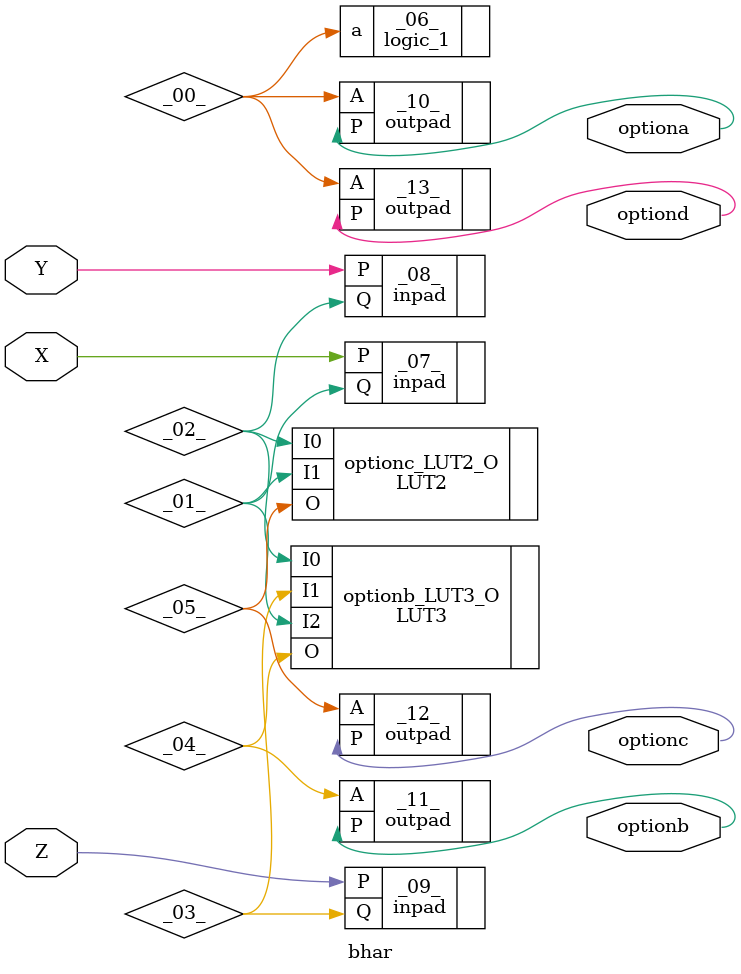
<source format=v>
/* Generated by Yosys 0.9+2406 (git sha1 ca763e6d5, gcc 10.2.1-6 -fPIC -Os) */

(* top =  1  *)
(* src = "/data/data/com.termux/files/home/fpga-examples/blink/bhar.v:1.1-19.10" *)
module bhar(X, Y, Z, optiona, optionb, optionc, optiond);
  wire _00_;
  wire _01_;
  wire _02_;
  wire _03_;
  wire _04_;
  wire _05_;
  (* src = "/data/data/com.termux/files/home/fpga-examples/blink/bhar.v:2.16-2.17" *)
  input X;
  (* src = "/data/data/com.termux/files/home/fpga-examples/blink/bhar.v:3.16-3.17" *)
  input Y;
  (* src = "/data/data/com.termux/files/home/fpga-examples/blink/bhar.v:4.16-4.17" *)
  input Z;
  (* src = "/data/data/com.termux/files/home/fpga-examples/blink/bhar.v:6.17-6.24" *)
  output optiona;
  (* src = "/data/data/com.termux/files/home/fpga-examples/blink/bhar.v:7.17-7.24" *)
  output optionb;
  (* src = "/data/data/com.termux/files/home/fpga-examples/blink/bhar.v:8.17-8.24" *)
  output optionc;
  (* src = "/data/data/com.termux/files/home/fpga-examples/blink/bhar.v:9.17-9.24" *)
  output optiond;
  logic_1 _06_ (
    .a(_00_)
  );
  (* keep = 32'd1 *)
  inpad #(
    .IO_LOC("X14Y3"),
    .IO_PAD("64"),
    .IO_TYPE("BIDIR")
  ) _07_ (
    .P(X),
    .Q(_01_)
  );
  (* keep = 32'd1 *)
  inpad #(
    .IO_LOC("X16Y3"),
    .IO_PAD("62"),
    .IO_TYPE("BIDIR")
  ) _08_ (
    .P(Y),
    .Q(_02_)
  );
  (* keep = 32'd1 *)
  inpad #(
    .IO_LOC("X18Y3"),
    .IO_PAD("63"),
    .IO_TYPE("BIDIR")
  ) _09_ (
    .P(Z),
    .Q(_03_)
  );
  (* keep = 32'd1 *)
  outpad #(
    .IO_LOC("X24Y3"),
    .IO_PAD("59"),
    .IO_TYPE("BIDIR")
  ) _10_ (
    .A(_00_),
    .P(optiona)
  );
  (* keep = 32'd1 *)
  outpad #(
    .IO_LOC("X26Y3"),
    .IO_PAD("57"),
    .IO_TYPE("BIDIR")
  ) _11_ (
    .A(_04_),
    .P(optionb)
  );
  (* keep = 32'd1 *)
  outpad #(
    .IO_LOC("X28Y3"),
    .IO_PAD("56"),
    .IO_TYPE("BIDIR")
  ) _12_ (
    .A(_05_),
    .P(optionc)
  );
  (* keep = 32'd1 *)
  outpad #(
    .IO_LOC("X30Y3"),
    .IO_PAD("55"),
    .IO_TYPE("BIDIR")
  ) _13_ (
    .A(_00_),
    .P(optiond)
  );
  (* module_not_derived = 32'd1 *)
  (* src = "/data/data/com.termux/files/home/symbiflow/bin/../share/yosys/quicklogic/pp3_lut_map.v:36.63-36.121" *)
  LUT3 #(
    .EQN("(~I0*~I1*~I2)+(I0*~I1*~I2)+(I0*I1*~I2)+(I0*~I1*I2)+(~I0*I1*I2)"),
    .INIT(9'h0d7)
  ) optionb_LUT3_O (
    .I0(_02_),
    .I1(_03_),
    .I2(_01_),
    .O(_04_)
  );
  (* module_not_derived = 32'd1 *)
  (* src = "/data/data/com.termux/files/home/symbiflow/bin/../share/yosys/quicklogic/pp3_lut_map.v:32.63-32.110" *)
  LUT2 #(
    .EQN("(~I0*~I1)+(I0*~I1)+(~I0*I1)"),
    .INIT(4'h7)
  ) optionc_LUT2_O (
    .I0(_02_),
    .I1(_01_),
    .O(_05_)
  );
endmodule

</source>
